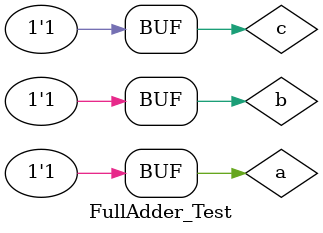
<source format=v>
module FullAdder(input a, b, c, output carry, sum);
    wire s1, c1, c2;
    assign s1 = a ^ b;
    assign c1 = a & b;
    assign c2 = s1 & c;
    assign carry = c1 | c2;
    assign sum = c ^ s1;
endmodule

module FullAdder_Test();
    reg a = 0, b = 0, c = 0;
    wire carry, sum;
    FullAdder fullAdder(a, b, c, carry, sum);
    initial begin
      #10 c = 1;
      #10 b = 1;
      c = 0;
      #10 c = 1;
      b = 1;
      #10 a = 1;
      b = 0;
      c = 0;
      #10 c = 1;
      #10 b = 1;
      c = 0;
      #10 c = 1;
    end
    initial begin
        $monitor("a = %d, b = %d, c = %d, carry = %d, sum = %d", a, b, c, carry, sum);
    end
endmodule
</source>
